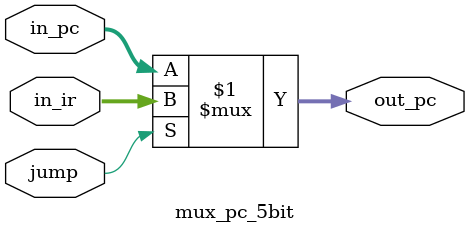
<source format=v>
module mux_pc_5bit(jump,in_pc,in_ir,out_pc);
	input jump;
	input [4:0]in_pc,in_ir;
	output [4:0]out_pc;
	
	assign out_pc = jump ? in_ir : in_pc;
endmodule
</source>
